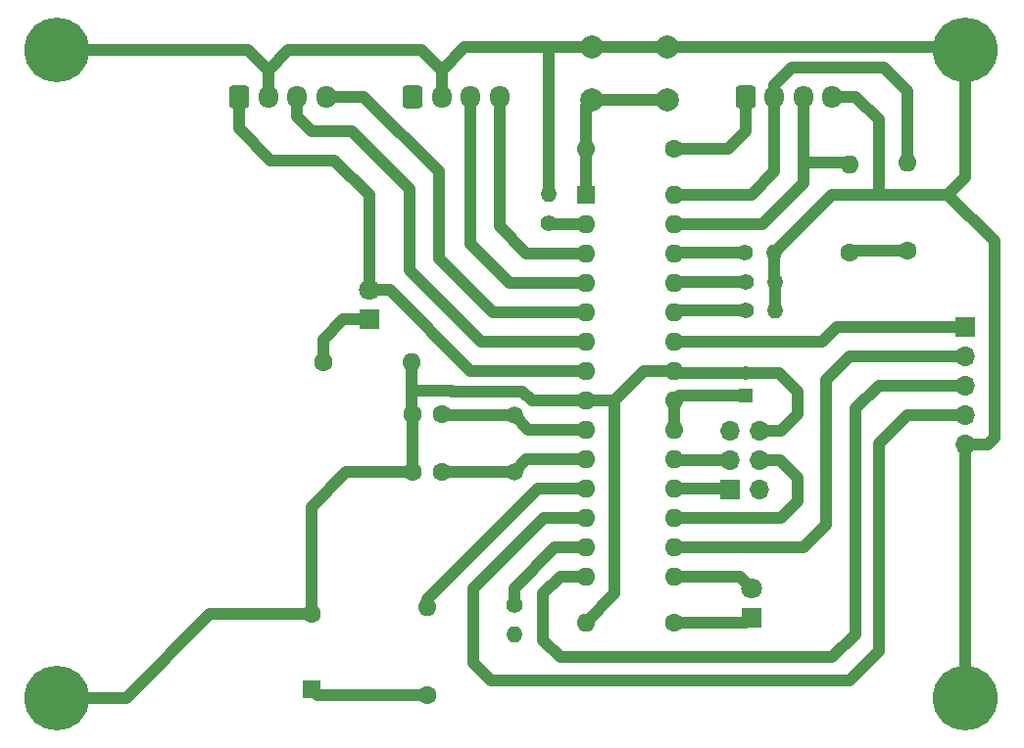
<source format=gbr>
%TF.GenerationSoftware,KiCad,Pcbnew,6.0.10-86aedd382b~118~ubuntu20.04.1*%
%TF.CreationDate,2023-02-11T18:46:26+05:30*%
%TF.ProjectId,motor controller,6d6f746f-7220-4636-9f6e-74726f6c6c65,rev?*%
%TF.SameCoordinates,Original*%
%TF.FileFunction,Copper,L1,Top*%
%TF.FilePolarity,Positive*%
%FSLAX46Y46*%
G04 Gerber Fmt 4.6, Leading zero omitted, Abs format (unit mm)*
G04 Created by KiCad (PCBNEW 6.0.10-86aedd382b~118~ubuntu20.04.1) date 2023-02-11 18:46:26*
%MOMM*%
%LPD*%
G01*
G04 APERTURE LIST*
G04 Aperture macros list*
%AMRoundRect*
0 Rectangle with rounded corners*
0 $1 Rounding radius*
0 $2 $3 $4 $5 $6 $7 $8 $9 X,Y pos of 4 corners*
0 Add a 4 corners polygon primitive as box body*
4,1,4,$2,$3,$4,$5,$6,$7,$8,$9,$2,$3,0*
0 Add four circle primitives for the rounded corners*
1,1,$1+$1,$2,$3*
1,1,$1+$1,$4,$5*
1,1,$1+$1,$6,$7*
1,1,$1+$1,$8,$9*
0 Add four rect primitives between the rounded corners*
20,1,$1+$1,$2,$3,$4,$5,0*
20,1,$1+$1,$4,$5,$6,$7,0*
20,1,$1+$1,$6,$7,$8,$9,0*
20,1,$1+$1,$8,$9,$2,$3,0*%
G04 Aperture macros list end*
%TA.AperFunction,ComponentPad*%
%ADD10C,1.600000*%
%TD*%
%TA.AperFunction,ComponentPad*%
%ADD11O,1.600000X1.600000*%
%TD*%
%TA.AperFunction,ComponentPad*%
%ADD12RoundRect,0.250000X-0.600000X-0.725000X0.600000X-0.725000X0.600000X0.725000X-0.600000X0.725000X0*%
%TD*%
%TA.AperFunction,ComponentPad*%
%ADD13O,1.700000X1.950000*%
%TD*%
%TA.AperFunction,ComponentPad*%
%ADD14R,1.800000X1.800000*%
%TD*%
%TA.AperFunction,ComponentPad*%
%ADD15C,1.800000*%
%TD*%
%TA.AperFunction,ComponentPad*%
%ADD16C,1.400000*%
%TD*%
%TA.AperFunction,ComponentPad*%
%ADD17O,1.400000X1.400000*%
%TD*%
%TA.AperFunction,ComponentPad*%
%ADD18C,2.000000*%
%TD*%
%TA.AperFunction,ComponentPad*%
%ADD19C,5.600000*%
%TD*%
%TA.AperFunction,ComponentPad*%
%ADD20R,1.200000X1.200000*%
%TD*%
%TA.AperFunction,ComponentPad*%
%ADD21C,1.200000*%
%TD*%
%TA.AperFunction,ComponentPad*%
%ADD22C,1.500000*%
%TD*%
%TA.AperFunction,ComponentPad*%
%ADD23R,1.600000X1.600000*%
%TD*%
%TA.AperFunction,ComponentPad*%
%ADD24R,1.700000X1.700000*%
%TD*%
%TA.AperFunction,ComponentPad*%
%ADD25O,1.700000X1.700000*%
%TD*%
%TA.AperFunction,Conductor*%
%ADD26C,1.000000*%
%TD*%
G04 APERTURE END LIST*
D10*
%TO.P,R1,1*%
%TO.N,+5V*%
X106310000Y-61500000D03*
D11*
%TO.P,R1,2*%
%TO.N,/RST*%
X98690000Y-61500000D03*
%TD*%
D10*
%TO.P,R3,1*%
%TO.N,Net-(D1-Pad1)*%
X76000000Y-80000000D03*
D11*
%TO.P,R3,2*%
%TO.N,GND*%
X83620000Y-80000000D03*
%TD*%
D12*
%TO.P,J2,1,Pin_1*%
%TO.N,+5V*%
X112500000Y-57032500D03*
D13*
%TO.P,J2,2,Pin_2*%
%TO.N,/SCL*%
X115000000Y-57032500D03*
%TO.P,J2,3,Pin_3*%
%TO.N,/SDA*%
X117500000Y-57032500D03*
%TO.P,J2,4,Pin_4*%
%TO.N,GND*%
X120000000Y-57032500D03*
%TD*%
D10*
%TO.P,R11,1*%
%TO.N,+5V*%
X121500000Y-70500000D03*
D11*
%TO.P,R11,2*%
%TO.N,/SDA*%
X121500000Y-62880000D03*
%TD*%
D10*
%TO.P,R10,1*%
%TO.N,+5V*%
X126500000Y-70310000D03*
D11*
%TO.P,R10,2*%
%TO.N,/SCL*%
X126500000Y-62690000D03*
%TD*%
D14*
%TO.P,D2,1,K*%
%TO.N,Net-(D2-Pad1)*%
X113000000Y-102040000D03*
D15*
%TO.P,D2,2,A*%
%TO.N,/LED*%
X113000000Y-99500000D03*
%TD*%
D16*
%TO.P,R8,1*%
%TO.N,/S4*%
X112460000Y-70500000D03*
D17*
%TO.P,R8,2*%
%TO.N,GND*%
X115000000Y-70500000D03*
%TD*%
D12*
%TO.P,J5,1,Pin_1*%
%TO.N,+5V*%
X83750000Y-57032500D03*
D13*
%TO.P,J5,2,Pin_2*%
%TO.N,GND*%
X86250000Y-57032500D03*
%TO.P,J5,3,Pin_3*%
%TO.N,/M2A*%
X88750000Y-57032500D03*
%TO.P,J5,4,Pin_4*%
%TO.N,/M2B*%
X91250000Y-57032500D03*
%TD*%
D18*
%TO.P,SW1,1,1*%
%TO.N,/RST*%
X99250000Y-57250000D03*
X105750000Y-57250000D03*
%TO.P,SW1,2,2*%
%TO.N,GND*%
X105750000Y-52750000D03*
X99250000Y-52750000D03*
%TD*%
D16*
%TO.P,R5,1*%
%TO.N,/S1*%
X92500000Y-101000000D03*
D17*
%TO.P,R5,2*%
%TO.N,GND*%
X92500000Y-103540000D03*
%TD*%
D14*
%TO.P,D1,1,K*%
%TO.N,Net-(D1-Pad1)*%
X80000000Y-76285000D03*
D15*
%TO.P,D1,2,A*%
%TO.N,+5V*%
X80000000Y-73745000D03*
%TD*%
D19*
%TO.P,H2,1,1*%
%TO.N,GND*%
X131500000Y-53000000D03*
%TD*%
D16*
%TO.P,R9,1*%
%TO.N,/S5*%
X95500000Y-68000000D03*
D17*
%TO.P,R9,2*%
%TO.N,GND*%
X95500000Y-65460000D03*
%TD*%
D20*
%TO.P,C1,1*%
%TO.N,+5V*%
X112500000Y-82871980D03*
D21*
%TO.P,C1,2*%
%TO.N,GND*%
X112500000Y-80871980D03*
%TD*%
D22*
%TO.P,Y1,1,1*%
%TO.N,Net-(C3-Pad1)*%
X92500000Y-89450000D03*
%TO.P,Y1,2,2*%
%TO.N,Net-(C2-Pad1)*%
X92500000Y-84570000D03*
%TD*%
D10*
%TO.P,R4,1*%
%TO.N,Net-(D2-Pad1)*%
X106310000Y-102500000D03*
D11*
%TO.P,R4,2*%
%TO.N,GND*%
X98690000Y-102500000D03*
%TD*%
D23*
%TO.P,BZ1,1,-*%
%TO.N,Net-(BZ1-Pad1)*%
X75000000Y-108250000D03*
D10*
%TO.P,BZ1,2,+*%
%TO.N,GND*%
X75000000Y-101750000D03*
%TD*%
%TO.P,C2,1*%
%TO.N,Net-(C2-Pad1)*%
X86250000Y-84500000D03*
%TO.P,C2,2*%
%TO.N,GND*%
X83750000Y-84500000D03*
%TD*%
%TO.P,C3,1*%
%TO.N,Net-(C3-Pad1)*%
X86250000Y-89500000D03*
%TO.P,C3,2*%
%TO.N,GND*%
X83750000Y-89500000D03*
%TD*%
D12*
%TO.P,J4,1,Pin_1*%
%TO.N,+5V*%
X68750000Y-57032500D03*
D13*
%TO.P,J4,2,Pin_2*%
%TO.N,GND*%
X71250000Y-57032500D03*
%TO.P,J4,3,Pin_3*%
%TO.N,/M1A*%
X73750000Y-57032500D03*
%TO.P,J4,4,Pin_4*%
%TO.N,/M1B*%
X76250000Y-57032500D03*
%TD*%
D19*
%TO.P,H3,1,1*%
%TO.N,GND*%
X53000000Y-53000000D03*
%TD*%
%TO.P,H1,1,1*%
%TO.N,GND*%
X53000000Y-109000000D03*
%TD*%
D16*
%TO.P,R6,1*%
%TO.N,/S2*%
X112500000Y-75500000D03*
D17*
%TO.P,R6,2*%
%TO.N,GND*%
X115040000Y-75500000D03*
%TD*%
D19*
%TO.P,H4,1,1*%
%TO.N,GND*%
X131500000Y-109000000D03*
%TD*%
D10*
%TO.P,R2,1*%
%TO.N,Net-(BZ1-Pad1)*%
X85000000Y-108810000D03*
D11*
%TO.P,R2,2*%
%TO.N,/BUZZ*%
X85000000Y-101190000D03*
%TD*%
D24*
%TO.P,J1,1,Pin_1*%
%TO.N,/MISO*%
X111210000Y-91000000D03*
D25*
%TO.P,J1,2,Pin_2*%
%TO.N,+5V*%
X113750000Y-91000000D03*
%TO.P,J1,3,Pin_3*%
%TO.N,/SCK*%
X111210000Y-88460000D03*
%TO.P,J1,4,Pin_4*%
%TO.N,/MOSI*%
X113750000Y-88460000D03*
%TO.P,J1,5,Pin_5*%
%TO.N,/RST*%
X111210000Y-85920000D03*
%TO.P,J1,6,Pin_6*%
%TO.N,GND*%
X113750000Y-85920000D03*
%TD*%
D16*
%TO.P,R7,1*%
%TO.N,/S3*%
X112500000Y-73000000D03*
D17*
%TO.P,R7,2*%
%TO.N,GND*%
X115040000Y-73000000D03*
%TD*%
D23*
%TO.P,U1,1,~{RESET}/PC6*%
%TO.N,/RST*%
X98700000Y-65500000D03*
D11*
%TO.P,U1,2,PD0*%
%TO.N,/S5*%
X98700000Y-68040000D03*
%TO.P,U1,3,PD1*%
%TO.N,/M2B*%
X98700000Y-70580000D03*
%TO.P,U1,4,PD2*%
%TO.N,/M2A*%
X98700000Y-73120000D03*
%TO.P,U1,5,PD3*%
%TO.N,/M1B*%
X98700000Y-75660000D03*
%TO.P,U1,6,PD4*%
%TO.N,/M1A*%
X98700000Y-78200000D03*
%TO.P,U1,7,VCC*%
%TO.N,+5V*%
X98700000Y-80740000D03*
%TO.P,U1,8,GND*%
%TO.N,GND*%
X98700000Y-83280000D03*
%TO.P,U1,9,XTAL1/PB6*%
%TO.N,Net-(C2-Pad1)*%
X98700000Y-85820000D03*
%TO.P,U1,10,XTAL2/PB7*%
%TO.N,Net-(C3-Pad1)*%
X98700000Y-88360000D03*
%TO.P,U1,11,PD5*%
%TO.N,/BUZZ*%
X98700000Y-90900000D03*
%TO.P,U1,12,PD6*%
%TO.N,/PM2*%
X98700000Y-93440000D03*
%TO.P,U1,13,PD7*%
%TO.N,/S1*%
X98700000Y-95980000D03*
%TO.P,U1,14,PB0*%
%TO.N,/DM2*%
X98700000Y-98520000D03*
%TO.P,U1,15,PB1*%
%TO.N,/LED*%
X106320000Y-98520000D03*
%TO.P,U1,16,PB2*%
%TO.N,/PM1*%
X106320000Y-95980000D03*
%TO.P,U1,17,PB3*%
%TO.N,/MOSI*%
X106320000Y-93440000D03*
%TO.P,U1,18,PB4*%
%TO.N,/MISO*%
X106320000Y-90900000D03*
%TO.P,U1,19,PB5*%
%TO.N,/SCK*%
X106320000Y-88360000D03*
%TO.P,U1,20,AVCC*%
%TO.N,+5V*%
X106320000Y-85820000D03*
%TO.P,U1,21,AREF*%
X106320000Y-83280000D03*
%TO.P,U1,22,GND*%
%TO.N,GND*%
X106320000Y-80740000D03*
%TO.P,U1,23,PC0*%
%TO.N,/DM1*%
X106320000Y-78200000D03*
%TO.P,U1,24,PC1*%
%TO.N,/S2*%
X106320000Y-75660000D03*
%TO.P,U1,25,PC2*%
%TO.N,/S3*%
X106320000Y-73120000D03*
%TO.P,U1,26,PC3*%
%TO.N,/S4*%
X106320000Y-70580000D03*
%TO.P,U1,27,PC4*%
%TO.N,/SDA*%
X106320000Y-68040000D03*
%TO.P,U1,28,PC5*%
%TO.N,/SCL*%
X106320000Y-65500000D03*
%TD*%
D24*
%TO.P,J3,1,Pin_1*%
%TO.N,/DM1*%
X131525000Y-76920000D03*
D25*
%TO.P,J3,2,Pin_2*%
%TO.N,/PM1*%
X131525000Y-79460000D03*
%TO.P,J3,3,Pin_3*%
%TO.N,/DM2*%
X131525000Y-82000000D03*
%TO.P,J3,4,Pin_4*%
%TO.N,/PM2*%
X131525000Y-84540000D03*
%TO.P,J3,5,Pin_5*%
%TO.N,GND*%
X131525000Y-87080000D03*
%TD*%
D26*
%TO.N,Net-(BZ1-Pad1)*%
X75560000Y-108810000D02*
X75000000Y-108250000D01*
X85000000Y-108810000D02*
X75560000Y-108810000D01*
%TO.N,GND*%
X75000000Y-92500000D02*
X78000000Y-89500000D01*
X53000000Y-109000000D02*
X59000000Y-109000000D01*
X95250000Y-52750000D02*
X88250000Y-52750000D01*
X131250000Y-52750000D02*
X131500000Y-53000000D01*
X75000000Y-101750000D02*
X75000000Y-92500000D01*
X115000000Y-72960000D02*
X115040000Y-73000000D01*
X84500000Y-53000000D02*
X86250000Y-54750000D01*
X98700000Y-83280000D02*
X94038428Y-83280000D01*
X99250000Y-52750000D02*
X105750000Y-52750000D01*
X101220000Y-99970000D02*
X101220000Y-83280000D01*
X71250000Y-54750000D02*
X71250000Y-57032500D01*
X69500000Y-53000000D02*
X71250000Y-54750000D01*
X117000000Y-84500000D02*
X117000000Y-82500000D01*
X95500000Y-53000000D02*
X95250000Y-52750000D01*
X112500000Y-80871980D02*
X106451980Y-80871980D01*
X98700000Y-83280000D02*
X101220000Y-83280000D01*
X120000000Y-65500000D02*
X124000000Y-65500000D01*
X86250000Y-54750000D02*
X86250000Y-57032500D01*
X88250000Y-52750000D02*
X86250000Y-54750000D01*
X115580000Y-85920000D02*
X117000000Y-84500000D01*
X103760000Y-80740000D02*
X106320000Y-80740000D01*
X101220000Y-83280000D02*
X103760000Y-80740000D01*
X134000000Y-86500000D02*
X133420000Y-87080000D01*
X71250000Y-54750000D02*
X73000000Y-53000000D01*
X124000000Y-59000000D02*
X122032500Y-57032500D01*
X53000000Y-53000000D02*
X69500000Y-53000000D01*
X122032500Y-57032500D02*
X120000000Y-57032500D01*
X66250000Y-101750000D02*
X75000000Y-101750000D01*
X117000000Y-82500000D02*
X115371980Y-80871980D01*
X94038428Y-83280000D02*
X93258428Y-82500000D01*
X98690000Y-102500000D02*
X101220000Y-99970000D01*
X83620000Y-84370000D02*
X83750000Y-84500000D01*
X73000000Y-53000000D02*
X84500000Y-53000000D01*
X131500000Y-53000000D02*
X131500000Y-64000000D01*
X93258428Y-82500000D02*
X87149138Y-82500000D01*
X83620000Y-82620000D02*
X83620000Y-84370000D01*
X131525000Y-108975000D02*
X131500000Y-109000000D01*
X87099638Y-82450500D02*
X83789500Y-82450500D01*
X124000000Y-59000000D02*
X124000000Y-65500000D01*
X115000000Y-70500000D02*
X120000000Y-65500000D01*
X131500000Y-64000000D02*
X130000000Y-65500000D01*
X87149138Y-82500000D02*
X87099638Y-82450500D01*
X115040000Y-73000000D02*
X115040000Y-75500000D01*
X124000000Y-65500000D02*
X125500000Y-65500000D01*
X131525000Y-87080000D02*
X131525000Y-108975000D01*
X78000000Y-89500000D02*
X83750000Y-89500000D01*
X130000000Y-65500000D02*
X134000000Y-69500000D01*
X133420000Y-87080000D02*
X131525000Y-87080000D01*
X59000000Y-109000000D02*
X66250000Y-101750000D01*
X113750000Y-85920000D02*
X115580000Y-85920000D01*
X134000000Y-69500000D02*
X134000000Y-86500000D01*
X106451980Y-80871980D02*
X106320000Y-80740000D01*
X105750000Y-52750000D02*
X131250000Y-52750000D01*
X99250000Y-52750000D02*
X95250000Y-52750000D01*
X115371980Y-80871980D02*
X112500000Y-80871980D01*
X83789500Y-82450500D02*
X83620000Y-82620000D01*
X130000000Y-65500000D02*
X125500000Y-65500000D01*
X115000000Y-70500000D02*
X115000000Y-72960000D01*
X83620000Y-80000000D02*
X83620000Y-82620000D01*
X95500000Y-65460000D02*
X95500000Y-53000000D01*
X83750000Y-84500000D02*
X83750000Y-89500000D01*
%TO.N,+5V*%
X80000000Y-73745000D02*
X80000000Y-65500000D01*
X106310000Y-61500000D02*
X111000000Y-61500000D01*
X80000000Y-73745000D02*
X81760000Y-73745000D01*
X126500000Y-70310000D02*
X121500000Y-70310000D01*
X71500000Y-62500000D02*
X68750000Y-59750000D01*
X111000000Y-61500000D02*
X112500000Y-60000000D01*
X106320000Y-83280000D02*
X106320000Y-85820000D01*
X68750000Y-59750000D02*
X68750000Y-57032500D01*
X106728020Y-82871980D02*
X106320000Y-83280000D01*
X81760000Y-73745000D02*
X88755000Y-80740000D01*
X80000000Y-65500000D02*
X77000000Y-62500000D01*
X88755000Y-80740000D02*
X98700000Y-80740000D01*
X112500000Y-82871980D02*
X106728020Y-82871980D01*
X77000000Y-62500000D02*
X71500000Y-62500000D01*
X112500000Y-60000000D02*
X112500000Y-57032500D01*
%TO.N,Net-(C2-Pad1)*%
X92500000Y-84570000D02*
X86320000Y-84570000D01*
X86320000Y-84570000D02*
X86250000Y-84500000D01*
X93750000Y-85820000D02*
X92500000Y-84570000D01*
X98700000Y-85820000D02*
X93750000Y-85820000D01*
%TO.N,Net-(C3-Pad1)*%
X93590000Y-88360000D02*
X92500000Y-89450000D01*
X98700000Y-88360000D02*
X93590000Y-88360000D01*
X92500000Y-89450000D02*
X86300000Y-89450000D01*
X86300000Y-89450000D02*
X86250000Y-89500000D01*
%TO.N,Net-(D1-Pad1)*%
X76000000Y-80000000D02*
X76000000Y-78000000D01*
X76000000Y-78000000D02*
X77715000Y-76285000D01*
X77715000Y-76285000D02*
X80000000Y-76285000D01*
%TO.N,/LED*%
X106320000Y-98520000D02*
X112020000Y-98520000D01*
X112020000Y-98520000D02*
X113000000Y-99500000D01*
%TO.N,/MISO*%
X106320000Y-90900000D02*
X111110000Y-90900000D01*
X111110000Y-90900000D02*
X111210000Y-91000000D01*
%TO.N,/SCK*%
X111210000Y-88460000D02*
X106420000Y-88460000D01*
X106420000Y-88460000D02*
X106320000Y-88360000D01*
%TO.N,/MOSI*%
X115460000Y-88460000D02*
X113750000Y-88460000D01*
X106320000Y-93440000D02*
X115560000Y-93440000D01*
X117000000Y-92000000D02*
X117000000Y-90000000D01*
X115560000Y-93440000D02*
X117000000Y-92000000D01*
X117000000Y-90000000D02*
X115460000Y-88460000D01*
%TO.N,/RST*%
X98690000Y-61500000D02*
X98690000Y-57810000D01*
X98690000Y-57810000D02*
X99250000Y-57250000D01*
X98700000Y-61510000D02*
X98690000Y-61500000D01*
X98700000Y-65500000D02*
X98700000Y-61510000D01*
X105750000Y-57250000D02*
X99250000Y-57250000D01*
%TO.N,/SDA*%
X113960000Y-68040000D02*
X117500000Y-64500000D01*
X117500000Y-62500000D02*
X117500000Y-57032500D01*
X106320000Y-68040000D02*
X113960000Y-68040000D01*
X117690000Y-62690000D02*
X117500000Y-62500000D01*
X121500000Y-62690000D02*
X117690000Y-62690000D01*
X117500000Y-64500000D02*
X117500000Y-62500000D01*
%TO.N,/SCL*%
X115000000Y-56000000D02*
X115000000Y-57032500D01*
X126500000Y-62690000D02*
X126500000Y-56500000D01*
X124500000Y-54500000D02*
X116500000Y-54500000D01*
X126500000Y-56500000D02*
X124500000Y-54500000D01*
X116500000Y-54500000D02*
X115000000Y-56000000D01*
X113000000Y-65500000D02*
X115000000Y-63500000D01*
X106320000Y-65500000D02*
X113000000Y-65500000D01*
X115000000Y-63500000D02*
X115000000Y-57032500D01*
%TO.N,/BUZZ*%
X85000000Y-100500000D02*
X85000000Y-101190000D01*
X94600000Y-90900000D02*
X85000000Y-100500000D01*
X98700000Y-90900000D02*
X94600000Y-90900000D01*
%TO.N,/DM1*%
X119140000Y-78200000D02*
X120420000Y-76920000D01*
X120420000Y-76920000D02*
X131525000Y-76920000D01*
X106820000Y-78200000D02*
X119140000Y-78200000D01*
%TO.N,/PM1*%
X119500000Y-81500000D02*
X121540000Y-79460000D01*
X117520000Y-95980000D02*
X106320000Y-95980000D01*
X119500000Y-94000000D02*
X119500000Y-81500000D01*
X117520000Y-95980000D02*
X119500000Y-94000000D01*
X121540000Y-79460000D02*
X131525000Y-79460000D01*
%TO.N,/DM2*%
X95000000Y-104000000D02*
X96500000Y-105500000D01*
X120000000Y-105500000D02*
X122000000Y-103500000D01*
X95000000Y-100000000D02*
X95000000Y-104000000D01*
X122000000Y-103500000D02*
X122000000Y-84000000D01*
X124000000Y-82000000D02*
X131525000Y-82000000D01*
X122000000Y-84000000D02*
X124000000Y-82000000D01*
X120000000Y-105500000D02*
X96500000Y-105500000D01*
X96480000Y-98520000D02*
X95000000Y-100000000D01*
X98700000Y-98520000D02*
X96480000Y-98520000D01*
%TO.N,/PM2*%
X124000000Y-87000000D02*
X126460000Y-84540000D01*
X124000000Y-105000000D02*
X124000000Y-87000000D01*
X131525000Y-84540000D02*
X126460000Y-84540000D01*
X89000000Y-99500000D02*
X95060000Y-93440000D01*
X95060000Y-93440000D02*
X98700000Y-93440000D01*
X90500000Y-107500000D02*
X89000000Y-106000000D01*
X89000000Y-106000000D02*
X89000000Y-99500000D01*
X114500000Y-107500000D02*
X121500000Y-107500000D01*
X114500000Y-107500000D02*
X90500000Y-107500000D01*
X121500000Y-107500000D02*
X124000000Y-105000000D01*
%TO.N,/S5*%
X98700000Y-68040000D02*
X95540000Y-68040000D01*
X95540000Y-68040000D02*
X95500000Y-68000000D01*
%TO.N,Net-(D2-Pad1)*%
X106310000Y-102500000D02*
X112540000Y-102500000D01*
X112540000Y-102500000D02*
X113000000Y-102040000D01*
%TO.N,/M1A*%
X83500000Y-72000000D02*
X83500000Y-65000000D01*
X89700000Y-78200000D02*
X83500000Y-72000000D01*
X78500000Y-60000000D02*
X75000000Y-60000000D01*
X73750000Y-58750000D02*
X73750000Y-57032500D01*
X98700000Y-78200000D02*
X89700000Y-78200000D01*
X83500000Y-65000000D02*
X78500000Y-60000000D01*
X75000000Y-60000000D02*
X73750000Y-58750000D01*
%TO.N,/M1B*%
X86000000Y-63500000D02*
X86000000Y-71000000D01*
X90660000Y-75660000D02*
X98700000Y-75660000D01*
X76250000Y-57032500D02*
X79532500Y-57032500D01*
X79532500Y-57032500D02*
X86000000Y-63500000D01*
X86000000Y-71000000D02*
X90660000Y-75660000D01*
%TO.N,/M2A*%
X92120000Y-73120000D02*
X98700000Y-73120000D01*
X88750000Y-69750000D02*
X92120000Y-73120000D01*
X88750000Y-57032500D02*
X88750000Y-69750000D01*
%TO.N,/M2B*%
X93580000Y-70580000D02*
X98700000Y-70580000D01*
X91250000Y-57032500D02*
X91250000Y-68250000D01*
X91250000Y-68250000D02*
X93580000Y-70580000D01*
%TO.N,/S1*%
X92500000Y-99500000D02*
X96020000Y-95980000D01*
X96020000Y-95980000D02*
X98700000Y-95980000D01*
X92500000Y-101000000D02*
X92500000Y-99500000D01*
%TO.N,/S2*%
X106480000Y-75500000D02*
X106320000Y-75660000D01*
X112500000Y-75500000D02*
X106480000Y-75500000D01*
%TO.N,/S3*%
X112500000Y-73000000D02*
X106440000Y-73000000D01*
X106440000Y-73000000D02*
X106320000Y-73120000D01*
%TO.N,/S4*%
X106400000Y-70500000D02*
X106320000Y-70580000D01*
X112460000Y-70500000D02*
X106400000Y-70500000D01*
%TD*%
M02*

</source>
